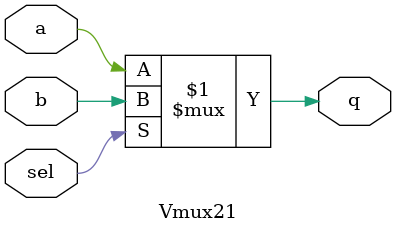
<source format=v>
module Vmux21(q, sel, a, b);
input sel, a, b;
output q;
assign q = sel ? b : a;
endmodule
</source>
